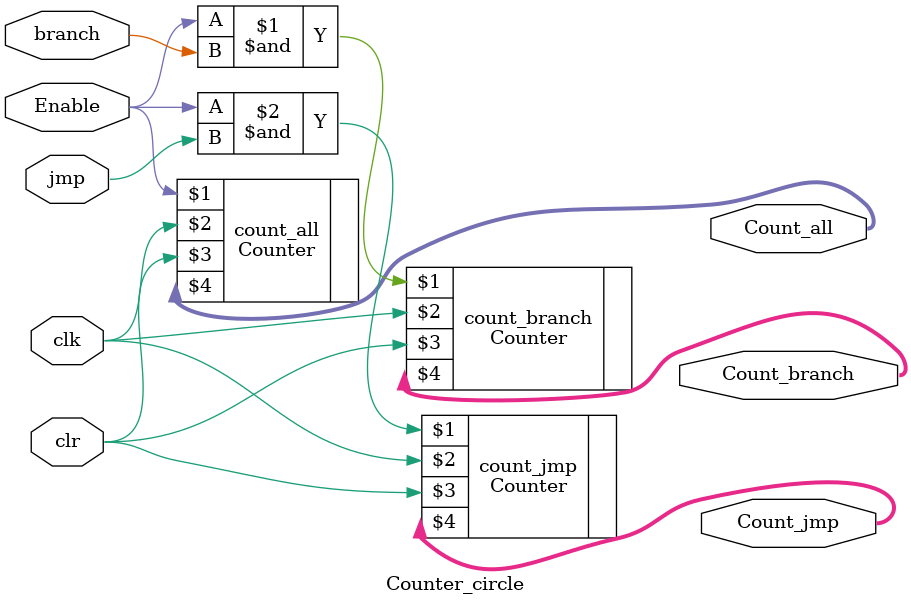
<source format=v>
`timescale 1ns / 1ps

module Counter_circle(clk, clr, branch, jmp, Enable, Count_all, Count_branch, Count_jmp);
    input clk, clr, branch, jmp, Enable;
    output wire[31:0]Count_all, Count_branch, Count_jmp;
    
    Counter count_all(Enable, clk, clr, Count_all);
    Counter count_branch(Enable&branch, clk, clr, Count_branch);
    Counter count_jmp(Enable&jmp, clk, clr, Count_jmp);
endmodule

</source>
